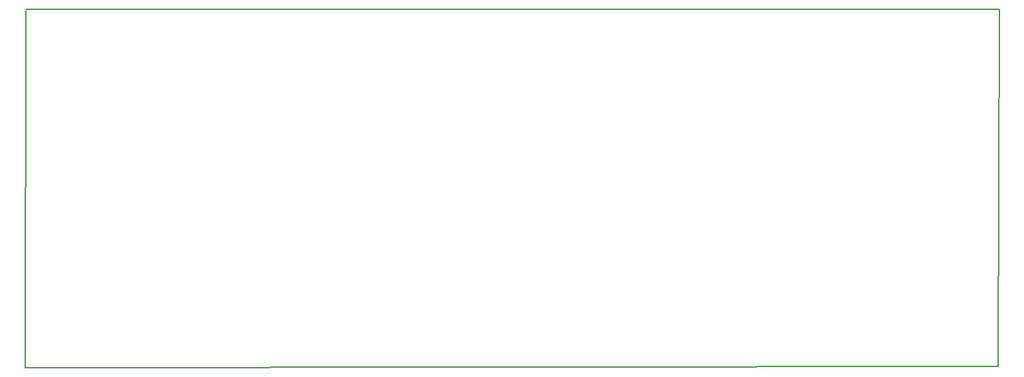
<source format=gbr>
G04 #@! TF.GenerationSoftware,KiCad,Pcbnew,(5.1.5-0-10_14)*
G04 #@! TF.CreationDate,2020-03-02T15:11:44-08:00*
G04 #@! TF.ProjectId,StabilityTestRev0,53746162-696c-4697-9479-546573745265,rev?*
G04 #@! TF.SameCoordinates,Original*
G04 #@! TF.FileFunction,Profile,NP*
%FSLAX46Y46*%
G04 Gerber Fmt 4.6, Leading zero omitted, Abs format (unit mm)*
G04 Created by KiCad (PCBNEW (5.1.5-0-10_14)) date 2020-03-02 15:11:44*
%MOMM*%
%LPD*%
G04 APERTURE LIST*
%ADD10C,0.150000*%
G04 APERTURE END LIST*
D10*
X187910000Y-76270000D02*
X63800000Y-76280000D01*
X187780000Y-121910000D02*
X187910000Y-76270000D01*
X63700000Y-122030000D02*
X187780000Y-121910000D01*
X63820000Y-76400000D02*
X63700000Y-122030000D01*
M02*

</source>
